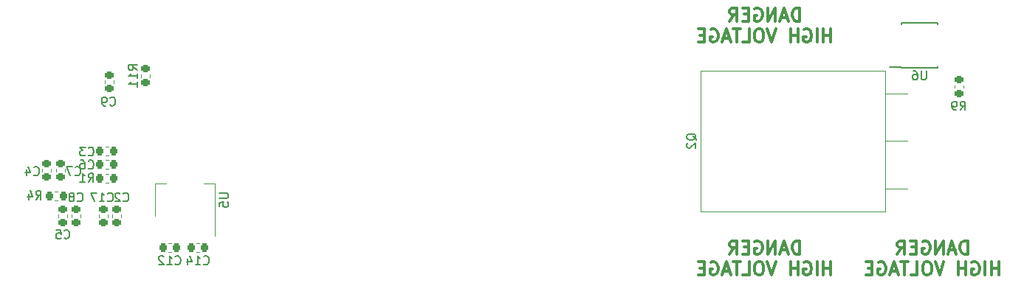
<source format=gbo>
G04 #@! TF.GenerationSoftware,KiCad,Pcbnew,7.99.0-4156-g4770532511*
G04 #@! TF.CreationDate,2024-01-07T23:02:07-05:00*
G04 #@! TF.ProjectId,emfi,656d6669-2e6b-4696-9361-645f70636258,0.1*
G04 #@! TF.SameCoordinates,Original*
G04 #@! TF.FileFunction,Legend,Bot*
G04 #@! TF.FilePolarity,Positive*
%FSLAX46Y46*%
G04 Gerber Fmt 4.6, Leading zero omitted, Abs format (unit mm)*
G04 Created by KiCad (PCBNEW 7.99.0-4156-g4770532511) date 2024-01-07 23:02:07*
%MOMM*%
%LPD*%
G01*
G04 APERTURE LIST*
G04 Aperture macros list*
%AMRoundRect*
0 Rectangle with rounded corners*
0 $1 Rounding radius*
0 $2 $3 $4 $5 $6 $7 $8 $9 X,Y pos of 4 corners*
0 Add a 4 corners polygon primitive as box body*
4,1,4,$2,$3,$4,$5,$6,$7,$8,$9,$2,$3,0*
0 Add four circle primitives for the rounded corners*
1,1,$1+$1,$2,$3*
1,1,$1+$1,$4,$5*
1,1,$1+$1,$6,$7*
1,1,$1+$1,$8,$9*
0 Add four rect primitives between the rounded corners*
20,1,$1+$1,$2,$3,$4,$5,0*
20,1,$1+$1,$4,$5,$6,$7,0*
20,1,$1+$1,$6,$7,$8,$9,0*
20,1,$1+$1,$8,$9,$2,$3,0*%
G04 Aperture macros list end*
%ADD10C,0.300000*%
%ADD11C,0.153000*%
%ADD12C,0.120000*%
%ADD13C,0.150000*%
%ADD14R,1.700000X1.700000*%
%ADD15O,1.700000X1.700000*%
%ADD16C,0.800000*%
%ADD17O,0.800000X0.800000*%
%ADD18O,1.800000X1.150000*%
%ADD19O,2.000000X1.450000*%
%ADD20RoundRect,0.218750X-0.218750X-0.256250X0.218750X-0.256250X0.218750X0.256250X-0.218750X0.256250X0*%
%ADD21RoundRect,0.218750X0.256250X-0.218750X0.256250X0.218750X-0.256250X0.218750X-0.256250X-0.218750X0*%
%ADD22RoundRect,0.218750X-0.256250X0.218750X-0.256250X-0.218750X0.256250X-0.218750X0.256250X0.218750X0*%
%ADD23RoundRect,0.218750X0.218750X0.256250X-0.218750X0.256250X-0.218750X-0.256250X0.218750X-0.256250X0*%
%ADD24R,1.500000X2.000000*%
%ADD25R,3.800000X2.000000*%
%ADD26R,1.550000X0.600000*%
%ADD27R,4.500000X2.500000*%
%ADD28O,4.500000X2.500000*%
G04 APERTURE END LIST*
D10*
X146000000Y-59970870D02*
X146000000Y-58470870D01*
X146000000Y-58470870D02*
X145642857Y-58470870D01*
X145642857Y-58470870D02*
X145428571Y-58542299D01*
X145428571Y-58542299D02*
X145285714Y-58685156D01*
X145285714Y-58685156D02*
X145214285Y-58828013D01*
X145214285Y-58828013D02*
X145142857Y-59113727D01*
X145142857Y-59113727D02*
X145142857Y-59328013D01*
X145142857Y-59328013D02*
X145214285Y-59613727D01*
X145214285Y-59613727D02*
X145285714Y-59756584D01*
X145285714Y-59756584D02*
X145428571Y-59899442D01*
X145428571Y-59899442D02*
X145642857Y-59970870D01*
X145642857Y-59970870D02*
X146000000Y-59970870D01*
X144571428Y-59542299D02*
X143857143Y-59542299D01*
X144714285Y-59970870D02*
X144214285Y-58470870D01*
X144214285Y-58470870D02*
X143714285Y-59970870D01*
X143214286Y-59970870D02*
X143214286Y-58470870D01*
X143214286Y-58470870D02*
X142357143Y-59970870D01*
X142357143Y-59970870D02*
X142357143Y-58470870D01*
X140857142Y-58542299D02*
X141000000Y-58470870D01*
X141000000Y-58470870D02*
X141214285Y-58470870D01*
X141214285Y-58470870D02*
X141428571Y-58542299D01*
X141428571Y-58542299D02*
X141571428Y-58685156D01*
X141571428Y-58685156D02*
X141642857Y-58828013D01*
X141642857Y-58828013D02*
X141714285Y-59113727D01*
X141714285Y-59113727D02*
X141714285Y-59328013D01*
X141714285Y-59328013D02*
X141642857Y-59613727D01*
X141642857Y-59613727D02*
X141571428Y-59756584D01*
X141571428Y-59756584D02*
X141428571Y-59899442D01*
X141428571Y-59899442D02*
X141214285Y-59970870D01*
X141214285Y-59970870D02*
X141071428Y-59970870D01*
X141071428Y-59970870D02*
X140857142Y-59899442D01*
X140857142Y-59899442D02*
X140785714Y-59828013D01*
X140785714Y-59828013D02*
X140785714Y-59328013D01*
X140785714Y-59328013D02*
X141071428Y-59328013D01*
X140142857Y-59185156D02*
X139642857Y-59185156D01*
X139428571Y-59970870D02*
X140142857Y-59970870D01*
X140142857Y-59970870D02*
X140142857Y-58470870D01*
X140142857Y-58470870D02*
X139428571Y-58470870D01*
X137928571Y-59970870D02*
X138428571Y-59256584D01*
X138785714Y-59970870D02*
X138785714Y-58470870D01*
X138785714Y-58470870D02*
X138214285Y-58470870D01*
X138214285Y-58470870D02*
X138071428Y-58542299D01*
X138071428Y-58542299D02*
X137999999Y-58613727D01*
X137999999Y-58613727D02*
X137928571Y-58756584D01*
X137928571Y-58756584D02*
X137928571Y-58970870D01*
X137928571Y-58970870D02*
X137999999Y-59113727D01*
X137999999Y-59113727D02*
X138071428Y-59185156D01*
X138071428Y-59185156D02*
X138214285Y-59256584D01*
X138214285Y-59256584D02*
X138785714Y-59256584D01*
X149571429Y-62385786D02*
X149571429Y-60885786D01*
X149571429Y-61600072D02*
X148714286Y-61600072D01*
X148714286Y-62385786D02*
X148714286Y-60885786D01*
X148000000Y-62385786D02*
X148000000Y-60885786D01*
X146499999Y-60957215D02*
X146642857Y-60885786D01*
X146642857Y-60885786D02*
X146857142Y-60885786D01*
X146857142Y-60885786D02*
X147071428Y-60957215D01*
X147071428Y-60957215D02*
X147214285Y-61100072D01*
X147214285Y-61100072D02*
X147285714Y-61242929D01*
X147285714Y-61242929D02*
X147357142Y-61528643D01*
X147357142Y-61528643D02*
X147357142Y-61742929D01*
X147357142Y-61742929D02*
X147285714Y-62028643D01*
X147285714Y-62028643D02*
X147214285Y-62171500D01*
X147214285Y-62171500D02*
X147071428Y-62314358D01*
X147071428Y-62314358D02*
X146857142Y-62385786D01*
X146857142Y-62385786D02*
X146714285Y-62385786D01*
X146714285Y-62385786D02*
X146499999Y-62314358D01*
X146499999Y-62314358D02*
X146428571Y-62242929D01*
X146428571Y-62242929D02*
X146428571Y-61742929D01*
X146428571Y-61742929D02*
X146714285Y-61742929D01*
X145785714Y-62385786D02*
X145785714Y-60885786D01*
X145785714Y-61600072D02*
X144928571Y-61600072D01*
X144928571Y-62385786D02*
X144928571Y-60885786D01*
X143285713Y-60885786D02*
X142785713Y-62385786D01*
X142785713Y-62385786D02*
X142285713Y-60885786D01*
X141499999Y-60885786D02*
X141214285Y-60885786D01*
X141214285Y-60885786D02*
X141071428Y-60957215D01*
X141071428Y-60957215D02*
X140928571Y-61100072D01*
X140928571Y-61100072D02*
X140857142Y-61385786D01*
X140857142Y-61385786D02*
X140857142Y-61885786D01*
X140857142Y-61885786D02*
X140928571Y-62171500D01*
X140928571Y-62171500D02*
X141071428Y-62314358D01*
X141071428Y-62314358D02*
X141214285Y-62385786D01*
X141214285Y-62385786D02*
X141499999Y-62385786D01*
X141499999Y-62385786D02*
X141642857Y-62314358D01*
X141642857Y-62314358D02*
X141785714Y-62171500D01*
X141785714Y-62171500D02*
X141857142Y-61885786D01*
X141857142Y-61885786D02*
X141857142Y-61385786D01*
X141857142Y-61385786D02*
X141785714Y-61100072D01*
X141785714Y-61100072D02*
X141642857Y-60957215D01*
X141642857Y-60957215D02*
X141499999Y-60885786D01*
X139499999Y-62385786D02*
X140214285Y-62385786D01*
X140214285Y-62385786D02*
X140214285Y-60885786D01*
X139214284Y-60885786D02*
X138357142Y-60885786D01*
X138785713Y-62385786D02*
X138785713Y-60885786D01*
X137928570Y-61957215D02*
X137214285Y-61957215D01*
X138071427Y-62385786D02*
X137571427Y-60885786D01*
X137571427Y-60885786D02*
X137071427Y-62385786D01*
X135785713Y-60957215D02*
X135928571Y-60885786D01*
X135928571Y-60885786D02*
X136142856Y-60885786D01*
X136142856Y-60885786D02*
X136357142Y-60957215D01*
X136357142Y-60957215D02*
X136499999Y-61100072D01*
X136499999Y-61100072D02*
X136571428Y-61242929D01*
X136571428Y-61242929D02*
X136642856Y-61528643D01*
X136642856Y-61528643D02*
X136642856Y-61742929D01*
X136642856Y-61742929D02*
X136571428Y-62028643D01*
X136571428Y-62028643D02*
X136499999Y-62171500D01*
X136499999Y-62171500D02*
X136357142Y-62314358D01*
X136357142Y-62314358D02*
X136142856Y-62385786D01*
X136142856Y-62385786D02*
X135999999Y-62385786D01*
X135999999Y-62385786D02*
X135785713Y-62314358D01*
X135785713Y-62314358D02*
X135714285Y-62242929D01*
X135714285Y-62242929D02*
X135714285Y-61742929D01*
X135714285Y-61742929D02*
X135999999Y-61742929D01*
X135071428Y-61600072D02*
X134571428Y-61600072D01*
X134357142Y-62385786D02*
X135071428Y-62385786D01*
X135071428Y-62385786D02*
X135071428Y-60885786D01*
X135071428Y-60885786D02*
X134357142Y-60885786D01*
X146000000Y-33220870D02*
X146000000Y-31720870D01*
X146000000Y-31720870D02*
X145642857Y-31720870D01*
X145642857Y-31720870D02*
X145428571Y-31792299D01*
X145428571Y-31792299D02*
X145285714Y-31935156D01*
X145285714Y-31935156D02*
X145214285Y-32078013D01*
X145214285Y-32078013D02*
X145142857Y-32363727D01*
X145142857Y-32363727D02*
X145142857Y-32578013D01*
X145142857Y-32578013D02*
X145214285Y-32863727D01*
X145214285Y-32863727D02*
X145285714Y-33006584D01*
X145285714Y-33006584D02*
X145428571Y-33149442D01*
X145428571Y-33149442D02*
X145642857Y-33220870D01*
X145642857Y-33220870D02*
X146000000Y-33220870D01*
X144571428Y-32792299D02*
X143857143Y-32792299D01*
X144714285Y-33220870D02*
X144214285Y-31720870D01*
X144214285Y-31720870D02*
X143714285Y-33220870D01*
X143214286Y-33220870D02*
X143214286Y-31720870D01*
X143214286Y-31720870D02*
X142357143Y-33220870D01*
X142357143Y-33220870D02*
X142357143Y-31720870D01*
X140857142Y-31792299D02*
X141000000Y-31720870D01*
X141000000Y-31720870D02*
X141214285Y-31720870D01*
X141214285Y-31720870D02*
X141428571Y-31792299D01*
X141428571Y-31792299D02*
X141571428Y-31935156D01*
X141571428Y-31935156D02*
X141642857Y-32078013D01*
X141642857Y-32078013D02*
X141714285Y-32363727D01*
X141714285Y-32363727D02*
X141714285Y-32578013D01*
X141714285Y-32578013D02*
X141642857Y-32863727D01*
X141642857Y-32863727D02*
X141571428Y-33006584D01*
X141571428Y-33006584D02*
X141428571Y-33149442D01*
X141428571Y-33149442D02*
X141214285Y-33220870D01*
X141214285Y-33220870D02*
X141071428Y-33220870D01*
X141071428Y-33220870D02*
X140857142Y-33149442D01*
X140857142Y-33149442D02*
X140785714Y-33078013D01*
X140785714Y-33078013D02*
X140785714Y-32578013D01*
X140785714Y-32578013D02*
X141071428Y-32578013D01*
X140142857Y-32435156D02*
X139642857Y-32435156D01*
X139428571Y-33220870D02*
X140142857Y-33220870D01*
X140142857Y-33220870D02*
X140142857Y-31720870D01*
X140142857Y-31720870D02*
X139428571Y-31720870D01*
X137928571Y-33220870D02*
X138428571Y-32506584D01*
X138785714Y-33220870D02*
X138785714Y-31720870D01*
X138785714Y-31720870D02*
X138214285Y-31720870D01*
X138214285Y-31720870D02*
X138071428Y-31792299D01*
X138071428Y-31792299D02*
X137999999Y-31863727D01*
X137999999Y-31863727D02*
X137928571Y-32006584D01*
X137928571Y-32006584D02*
X137928571Y-32220870D01*
X137928571Y-32220870D02*
X137999999Y-32363727D01*
X137999999Y-32363727D02*
X138071428Y-32435156D01*
X138071428Y-32435156D02*
X138214285Y-32506584D01*
X138214285Y-32506584D02*
X138785714Y-32506584D01*
X149571429Y-35635786D02*
X149571429Y-34135786D01*
X149571429Y-34850072D02*
X148714286Y-34850072D01*
X148714286Y-35635786D02*
X148714286Y-34135786D01*
X148000000Y-35635786D02*
X148000000Y-34135786D01*
X146499999Y-34207215D02*
X146642857Y-34135786D01*
X146642857Y-34135786D02*
X146857142Y-34135786D01*
X146857142Y-34135786D02*
X147071428Y-34207215D01*
X147071428Y-34207215D02*
X147214285Y-34350072D01*
X147214285Y-34350072D02*
X147285714Y-34492929D01*
X147285714Y-34492929D02*
X147357142Y-34778643D01*
X147357142Y-34778643D02*
X147357142Y-34992929D01*
X147357142Y-34992929D02*
X147285714Y-35278643D01*
X147285714Y-35278643D02*
X147214285Y-35421500D01*
X147214285Y-35421500D02*
X147071428Y-35564358D01*
X147071428Y-35564358D02*
X146857142Y-35635786D01*
X146857142Y-35635786D02*
X146714285Y-35635786D01*
X146714285Y-35635786D02*
X146499999Y-35564358D01*
X146499999Y-35564358D02*
X146428571Y-35492929D01*
X146428571Y-35492929D02*
X146428571Y-34992929D01*
X146428571Y-34992929D02*
X146714285Y-34992929D01*
X145785714Y-35635786D02*
X145785714Y-34135786D01*
X145785714Y-34850072D02*
X144928571Y-34850072D01*
X144928571Y-35635786D02*
X144928571Y-34135786D01*
X143285713Y-34135786D02*
X142785713Y-35635786D01*
X142785713Y-35635786D02*
X142285713Y-34135786D01*
X141499999Y-34135786D02*
X141214285Y-34135786D01*
X141214285Y-34135786D02*
X141071428Y-34207215D01*
X141071428Y-34207215D02*
X140928571Y-34350072D01*
X140928571Y-34350072D02*
X140857142Y-34635786D01*
X140857142Y-34635786D02*
X140857142Y-35135786D01*
X140857142Y-35135786D02*
X140928571Y-35421500D01*
X140928571Y-35421500D02*
X141071428Y-35564358D01*
X141071428Y-35564358D02*
X141214285Y-35635786D01*
X141214285Y-35635786D02*
X141499999Y-35635786D01*
X141499999Y-35635786D02*
X141642857Y-35564358D01*
X141642857Y-35564358D02*
X141785714Y-35421500D01*
X141785714Y-35421500D02*
X141857142Y-35135786D01*
X141857142Y-35135786D02*
X141857142Y-34635786D01*
X141857142Y-34635786D02*
X141785714Y-34350072D01*
X141785714Y-34350072D02*
X141642857Y-34207215D01*
X141642857Y-34207215D02*
X141499999Y-34135786D01*
X139499999Y-35635786D02*
X140214285Y-35635786D01*
X140214285Y-35635786D02*
X140214285Y-34135786D01*
X139214284Y-34135786D02*
X138357142Y-34135786D01*
X138785713Y-35635786D02*
X138785713Y-34135786D01*
X137928570Y-35207215D02*
X137214285Y-35207215D01*
X138071427Y-35635786D02*
X137571427Y-34135786D01*
X137571427Y-34135786D02*
X137071427Y-35635786D01*
X135785713Y-34207215D02*
X135928571Y-34135786D01*
X135928571Y-34135786D02*
X136142856Y-34135786D01*
X136142856Y-34135786D02*
X136357142Y-34207215D01*
X136357142Y-34207215D02*
X136499999Y-34350072D01*
X136499999Y-34350072D02*
X136571428Y-34492929D01*
X136571428Y-34492929D02*
X136642856Y-34778643D01*
X136642856Y-34778643D02*
X136642856Y-34992929D01*
X136642856Y-34992929D02*
X136571428Y-35278643D01*
X136571428Y-35278643D02*
X136499999Y-35421500D01*
X136499999Y-35421500D02*
X136357142Y-35564358D01*
X136357142Y-35564358D02*
X136142856Y-35635786D01*
X136142856Y-35635786D02*
X135999999Y-35635786D01*
X135999999Y-35635786D02*
X135785713Y-35564358D01*
X135785713Y-35564358D02*
X135714285Y-35492929D01*
X135714285Y-35492929D02*
X135714285Y-34992929D01*
X135714285Y-34992929D02*
X135999999Y-34992929D01*
X135071428Y-34850072D02*
X134571428Y-34850072D01*
X134357142Y-35635786D02*
X135071428Y-35635786D01*
X135071428Y-35635786D02*
X135071428Y-34135786D01*
X135071428Y-34135786D02*
X134357142Y-34135786D01*
X165250000Y-59970870D02*
X165250000Y-58470870D01*
X165250000Y-58470870D02*
X164892857Y-58470870D01*
X164892857Y-58470870D02*
X164678571Y-58542299D01*
X164678571Y-58542299D02*
X164535714Y-58685156D01*
X164535714Y-58685156D02*
X164464285Y-58828013D01*
X164464285Y-58828013D02*
X164392857Y-59113727D01*
X164392857Y-59113727D02*
X164392857Y-59328013D01*
X164392857Y-59328013D02*
X164464285Y-59613727D01*
X164464285Y-59613727D02*
X164535714Y-59756584D01*
X164535714Y-59756584D02*
X164678571Y-59899442D01*
X164678571Y-59899442D02*
X164892857Y-59970870D01*
X164892857Y-59970870D02*
X165250000Y-59970870D01*
X163821428Y-59542299D02*
X163107143Y-59542299D01*
X163964285Y-59970870D02*
X163464285Y-58470870D01*
X163464285Y-58470870D02*
X162964285Y-59970870D01*
X162464286Y-59970870D02*
X162464286Y-58470870D01*
X162464286Y-58470870D02*
X161607143Y-59970870D01*
X161607143Y-59970870D02*
X161607143Y-58470870D01*
X160107142Y-58542299D02*
X160250000Y-58470870D01*
X160250000Y-58470870D02*
X160464285Y-58470870D01*
X160464285Y-58470870D02*
X160678571Y-58542299D01*
X160678571Y-58542299D02*
X160821428Y-58685156D01*
X160821428Y-58685156D02*
X160892857Y-58828013D01*
X160892857Y-58828013D02*
X160964285Y-59113727D01*
X160964285Y-59113727D02*
X160964285Y-59328013D01*
X160964285Y-59328013D02*
X160892857Y-59613727D01*
X160892857Y-59613727D02*
X160821428Y-59756584D01*
X160821428Y-59756584D02*
X160678571Y-59899442D01*
X160678571Y-59899442D02*
X160464285Y-59970870D01*
X160464285Y-59970870D02*
X160321428Y-59970870D01*
X160321428Y-59970870D02*
X160107142Y-59899442D01*
X160107142Y-59899442D02*
X160035714Y-59828013D01*
X160035714Y-59828013D02*
X160035714Y-59328013D01*
X160035714Y-59328013D02*
X160321428Y-59328013D01*
X159392857Y-59185156D02*
X158892857Y-59185156D01*
X158678571Y-59970870D02*
X159392857Y-59970870D01*
X159392857Y-59970870D02*
X159392857Y-58470870D01*
X159392857Y-58470870D02*
X158678571Y-58470870D01*
X157178571Y-59970870D02*
X157678571Y-59256584D01*
X158035714Y-59970870D02*
X158035714Y-58470870D01*
X158035714Y-58470870D02*
X157464285Y-58470870D01*
X157464285Y-58470870D02*
X157321428Y-58542299D01*
X157321428Y-58542299D02*
X157249999Y-58613727D01*
X157249999Y-58613727D02*
X157178571Y-58756584D01*
X157178571Y-58756584D02*
X157178571Y-58970870D01*
X157178571Y-58970870D02*
X157249999Y-59113727D01*
X157249999Y-59113727D02*
X157321428Y-59185156D01*
X157321428Y-59185156D02*
X157464285Y-59256584D01*
X157464285Y-59256584D02*
X158035714Y-59256584D01*
X168821429Y-62385786D02*
X168821429Y-60885786D01*
X168821429Y-61600072D02*
X167964286Y-61600072D01*
X167964286Y-62385786D02*
X167964286Y-60885786D01*
X167250000Y-62385786D02*
X167250000Y-60885786D01*
X165749999Y-60957215D02*
X165892857Y-60885786D01*
X165892857Y-60885786D02*
X166107142Y-60885786D01*
X166107142Y-60885786D02*
X166321428Y-60957215D01*
X166321428Y-60957215D02*
X166464285Y-61100072D01*
X166464285Y-61100072D02*
X166535714Y-61242929D01*
X166535714Y-61242929D02*
X166607142Y-61528643D01*
X166607142Y-61528643D02*
X166607142Y-61742929D01*
X166607142Y-61742929D02*
X166535714Y-62028643D01*
X166535714Y-62028643D02*
X166464285Y-62171500D01*
X166464285Y-62171500D02*
X166321428Y-62314358D01*
X166321428Y-62314358D02*
X166107142Y-62385786D01*
X166107142Y-62385786D02*
X165964285Y-62385786D01*
X165964285Y-62385786D02*
X165749999Y-62314358D01*
X165749999Y-62314358D02*
X165678571Y-62242929D01*
X165678571Y-62242929D02*
X165678571Y-61742929D01*
X165678571Y-61742929D02*
X165964285Y-61742929D01*
X165035714Y-62385786D02*
X165035714Y-60885786D01*
X165035714Y-61600072D02*
X164178571Y-61600072D01*
X164178571Y-62385786D02*
X164178571Y-60885786D01*
X162535713Y-60885786D02*
X162035713Y-62385786D01*
X162035713Y-62385786D02*
X161535713Y-60885786D01*
X160749999Y-60885786D02*
X160464285Y-60885786D01*
X160464285Y-60885786D02*
X160321428Y-60957215D01*
X160321428Y-60957215D02*
X160178571Y-61100072D01*
X160178571Y-61100072D02*
X160107142Y-61385786D01*
X160107142Y-61385786D02*
X160107142Y-61885786D01*
X160107142Y-61885786D02*
X160178571Y-62171500D01*
X160178571Y-62171500D02*
X160321428Y-62314358D01*
X160321428Y-62314358D02*
X160464285Y-62385786D01*
X160464285Y-62385786D02*
X160749999Y-62385786D01*
X160749999Y-62385786D02*
X160892857Y-62314358D01*
X160892857Y-62314358D02*
X161035714Y-62171500D01*
X161035714Y-62171500D02*
X161107142Y-61885786D01*
X161107142Y-61885786D02*
X161107142Y-61385786D01*
X161107142Y-61385786D02*
X161035714Y-61100072D01*
X161035714Y-61100072D02*
X160892857Y-60957215D01*
X160892857Y-60957215D02*
X160749999Y-60885786D01*
X158749999Y-62385786D02*
X159464285Y-62385786D01*
X159464285Y-62385786D02*
X159464285Y-60885786D01*
X158464284Y-60885786D02*
X157607142Y-60885786D01*
X158035713Y-62385786D02*
X158035713Y-60885786D01*
X157178570Y-61957215D02*
X156464285Y-61957215D01*
X157321427Y-62385786D02*
X156821427Y-60885786D01*
X156821427Y-60885786D02*
X156321427Y-62385786D01*
X155035713Y-60957215D02*
X155178571Y-60885786D01*
X155178571Y-60885786D02*
X155392856Y-60885786D01*
X155392856Y-60885786D02*
X155607142Y-60957215D01*
X155607142Y-60957215D02*
X155749999Y-61100072D01*
X155749999Y-61100072D02*
X155821428Y-61242929D01*
X155821428Y-61242929D02*
X155892856Y-61528643D01*
X155892856Y-61528643D02*
X155892856Y-61742929D01*
X155892856Y-61742929D02*
X155821428Y-62028643D01*
X155821428Y-62028643D02*
X155749999Y-62171500D01*
X155749999Y-62171500D02*
X155607142Y-62314358D01*
X155607142Y-62314358D02*
X155392856Y-62385786D01*
X155392856Y-62385786D02*
X155249999Y-62385786D01*
X155249999Y-62385786D02*
X155035713Y-62314358D01*
X155035713Y-62314358D02*
X154964285Y-62242929D01*
X154964285Y-62242929D02*
X154964285Y-61742929D01*
X154964285Y-61742929D02*
X155249999Y-61742929D01*
X154321428Y-61600072D02*
X153821428Y-61600072D01*
X153607142Y-62385786D02*
X154321428Y-62385786D01*
X154321428Y-62385786D02*
X154321428Y-60885786D01*
X154321428Y-60885786D02*
X153607142Y-60885786D01*
D11*
X77642857Y-61109424D02*
X77690476Y-61157044D01*
X77690476Y-61157044D02*
X77833333Y-61204663D01*
X77833333Y-61204663D02*
X77928571Y-61204663D01*
X77928571Y-61204663D02*
X78071428Y-61157044D01*
X78071428Y-61157044D02*
X78166666Y-61061805D01*
X78166666Y-61061805D02*
X78214285Y-60966567D01*
X78214285Y-60966567D02*
X78261904Y-60776091D01*
X78261904Y-60776091D02*
X78261904Y-60633234D01*
X78261904Y-60633234D02*
X78214285Y-60442758D01*
X78214285Y-60442758D02*
X78166666Y-60347520D01*
X78166666Y-60347520D02*
X78071428Y-60252282D01*
X78071428Y-60252282D02*
X77928571Y-60204663D01*
X77928571Y-60204663D02*
X77833333Y-60204663D01*
X77833333Y-60204663D02*
X77690476Y-60252282D01*
X77690476Y-60252282D02*
X77642857Y-60299901D01*
X76690476Y-61204663D02*
X77261904Y-61204663D01*
X76976190Y-61204663D02*
X76976190Y-60204663D01*
X76976190Y-60204663D02*
X77071428Y-60347520D01*
X77071428Y-60347520D02*
X77166666Y-60442758D01*
X77166666Y-60442758D02*
X77261904Y-60490377D01*
X75833333Y-60537996D02*
X75833333Y-61204663D01*
X76071428Y-60157044D02*
X76309523Y-60871329D01*
X76309523Y-60871329D02*
X75690476Y-60871329D01*
X74392857Y-61109424D02*
X74440476Y-61157044D01*
X74440476Y-61157044D02*
X74583333Y-61204663D01*
X74583333Y-61204663D02*
X74678571Y-61204663D01*
X74678571Y-61204663D02*
X74821428Y-61157044D01*
X74821428Y-61157044D02*
X74916666Y-61061805D01*
X74916666Y-61061805D02*
X74964285Y-60966567D01*
X74964285Y-60966567D02*
X75011904Y-60776091D01*
X75011904Y-60776091D02*
X75011904Y-60633234D01*
X75011904Y-60633234D02*
X74964285Y-60442758D01*
X74964285Y-60442758D02*
X74916666Y-60347520D01*
X74916666Y-60347520D02*
X74821428Y-60252282D01*
X74821428Y-60252282D02*
X74678571Y-60204663D01*
X74678571Y-60204663D02*
X74583333Y-60204663D01*
X74583333Y-60204663D02*
X74440476Y-60252282D01*
X74440476Y-60252282D02*
X74392857Y-60299901D01*
X73440476Y-61204663D02*
X74011904Y-61204663D01*
X73726190Y-61204663D02*
X73726190Y-60204663D01*
X73726190Y-60204663D02*
X73821428Y-60347520D01*
X73821428Y-60347520D02*
X73916666Y-60442758D01*
X73916666Y-60442758D02*
X74011904Y-60490377D01*
X73059523Y-60299901D02*
X73011904Y-60252282D01*
X73011904Y-60252282D02*
X72916666Y-60204663D01*
X72916666Y-60204663D02*
X72678571Y-60204663D01*
X72678571Y-60204663D02*
X72583333Y-60252282D01*
X72583333Y-60252282D02*
X72535714Y-60299901D01*
X72535714Y-60299901D02*
X72488095Y-60395139D01*
X72488095Y-60395139D02*
X72488095Y-60490377D01*
X72488095Y-60490377D02*
X72535714Y-60633234D01*
X72535714Y-60633234D02*
X73107142Y-61204663D01*
X73107142Y-61204663D02*
X72488095Y-61204663D01*
X64416666Y-51704663D02*
X64749999Y-51228472D01*
X64988094Y-51704663D02*
X64988094Y-50704663D01*
X64988094Y-50704663D02*
X64607142Y-50704663D01*
X64607142Y-50704663D02*
X64511904Y-50752282D01*
X64511904Y-50752282D02*
X64464285Y-50799901D01*
X64464285Y-50799901D02*
X64416666Y-50895139D01*
X64416666Y-50895139D02*
X64416666Y-51037996D01*
X64416666Y-51037996D02*
X64464285Y-51133234D01*
X64464285Y-51133234D02*
X64511904Y-51180853D01*
X64511904Y-51180853D02*
X64607142Y-51228472D01*
X64607142Y-51228472D02*
X64988094Y-51228472D01*
X63464285Y-51704663D02*
X64035713Y-51704663D01*
X63749999Y-51704663D02*
X63749999Y-50704663D01*
X63749999Y-50704663D02*
X63845237Y-50847520D01*
X63845237Y-50847520D02*
X63940475Y-50942758D01*
X63940475Y-50942758D02*
X64035713Y-50990377D01*
X61666666Y-58109424D02*
X61714285Y-58157044D01*
X61714285Y-58157044D02*
X61857142Y-58204663D01*
X61857142Y-58204663D02*
X61952380Y-58204663D01*
X61952380Y-58204663D02*
X62095237Y-58157044D01*
X62095237Y-58157044D02*
X62190475Y-58061805D01*
X62190475Y-58061805D02*
X62238094Y-57966567D01*
X62238094Y-57966567D02*
X62285713Y-57776091D01*
X62285713Y-57776091D02*
X62285713Y-57633234D01*
X62285713Y-57633234D02*
X62238094Y-57442758D01*
X62238094Y-57442758D02*
X62190475Y-57347520D01*
X62190475Y-57347520D02*
X62095237Y-57252282D01*
X62095237Y-57252282D02*
X61952380Y-57204663D01*
X61952380Y-57204663D02*
X61857142Y-57204663D01*
X61857142Y-57204663D02*
X61714285Y-57252282D01*
X61714285Y-57252282D02*
X61666666Y-57299901D01*
X60761904Y-57204663D02*
X61238094Y-57204663D01*
X61238094Y-57204663D02*
X61285713Y-57680853D01*
X61285713Y-57680853D02*
X61238094Y-57633234D01*
X61238094Y-57633234D02*
X61142856Y-57585615D01*
X61142856Y-57585615D02*
X60904761Y-57585615D01*
X60904761Y-57585615D02*
X60809523Y-57633234D01*
X60809523Y-57633234D02*
X60761904Y-57680853D01*
X60761904Y-57680853D02*
X60714285Y-57776091D01*
X60714285Y-57776091D02*
X60714285Y-58014186D01*
X60714285Y-58014186D02*
X60761904Y-58109424D01*
X60761904Y-58109424D02*
X60809523Y-58157044D01*
X60809523Y-58157044D02*
X60904761Y-58204663D01*
X60904761Y-58204663D02*
X61142856Y-58204663D01*
X61142856Y-58204663D02*
X61238094Y-58157044D01*
X61238094Y-58157044D02*
X61285713Y-58109424D01*
X63166666Y-53859424D02*
X63214285Y-53907044D01*
X63214285Y-53907044D02*
X63357142Y-53954663D01*
X63357142Y-53954663D02*
X63452380Y-53954663D01*
X63452380Y-53954663D02*
X63595237Y-53907044D01*
X63595237Y-53907044D02*
X63690475Y-53811805D01*
X63690475Y-53811805D02*
X63738094Y-53716567D01*
X63738094Y-53716567D02*
X63785713Y-53526091D01*
X63785713Y-53526091D02*
X63785713Y-53383234D01*
X63785713Y-53383234D02*
X63738094Y-53192758D01*
X63738094Y-53192758D02*
X63690475Y-53097520D01*
X63690475Y-53097520D02*
X63595237Y-53002282D01*
X63595237Y-53002282D02*
X63452380Y-52954663D01*
X63452380Y-52954663D02*
X63357142Y-52954663D01*
X63357142Y-52954663D02*
X63214285Y-53002282D01*
X63214285Y-53002282D02*
X63166666Y-53049901D01*
X62595237Y-53383234D02*
X62690475Y-53335615D01*
X62690475Y-53335615D02*
X62738094Y-53287996D01*
X62738094Y-53287996D02*
X62785713Y-53192758D01*
X62785713Y-53192758D02*
X62785713Y-53145139D01*
X62785713Y-53145139D02*
X62738094Y-53049901D01*
X62738094Y-53049901D02*
X62690475Y-53002282D01*
X62690475Y-53002282D02*
X62595237Y-52954663D01*
X62595237Y-52954663D02*
X62404761Y-52954663D01*
X62404761Y-52954663D02*
X62309523Y-53002282D01*
X62309523Y-53002282D02*
X62261904Y-53049901D01*
X62261904Y-53049901D02*
X62214285Y-53145139D01*
X62214285Y-53145139D02*
X62214285Y-53192758D01*
X62214285Y-53192758D02*
X62261904Y-53287996D01*
X62261904Y-53287996D02*
X62309523Y-53335615D01*
X62309523Y-53335615D02*
X62404761Y-53383234D01*
X62404761Y-53383234D02*
X62595237Y-53383234D01*
X62595237Y-53383234D02*
X62690475Y-53430853D01*
X62690475Y-53430853D02*
X62738094Y-53478472D01*
X62738094Y-53478472D02*
X62785713Y-53573710D01*
X62785713Y-53573710D02*
X62785713Y-53764186D01*
X62785713Y-53764186D02*
X62738094Y-53859424D01*
X62738094Y-53859424D02*
X62690475Y-53907044D01*
X62690475Y-53907044D02*
X62595237Y-53954663D01*
X62595237Y-53954663D02*
X62404761Y-53954663D01*
X62404761Y-53954663D02*
X62309523Y-53907044D01*
X62309523Y-53907044D02*
X62261904Y-53859424D01*
X62261904Y-53859424D02*
X62214285Y-53764186D01*
X62214285Y-53764186D02*
X62214285Y-53573710D01*
X62214285Y-53573710D02*
X62261904Y-53478472D01*
X62261904Y-53478472D02*
X62309523Y-53430853D01*
X62309523Y-53430853D02*
X62404761Y-53383234D01*
X66916666Y-42859424D02*
X66964285Y-42907044D01*
X66964285Y-42907044D02*
X67107142Y-42954663D01*
X67107142Y-42954663D02*
X67202380Y-42954663D01*
X67202380Y-42954663D02*
X67345237Y-42907044D01*
X67345237Y-42907044D02*
X67440475Y-42811805D01*
X67440475Y-42811805D02*
X67488094Y-42716567D01*
X67488094Y-42716567D02*
X67535713Y-42526091D01*
X67535713Y-42526091D02*
X67535713Y-42383234D01*
X67535713Y-42383234D02*
X67488094Y-42192758D01*
X67488094Y-42192758D02*
X67440475Y-42097520D01*
X67440475Y-42097520D02*
X67345237Y-42002282D01*
X67345237Y-42002282D02*
X67202380Y-41954663D01*
X67202380Y-41954663D02*
X67107142Y-41954663D01*
X67107142Y-41954663D02*
X66964285Y-42002282D01*
X66964285Y-42002282D02*
X66916666Y-42049901D01*
X66440475Y-42954663D02*
X66249999Y-42954663D01*
X66249999Y-42954663D02*
X66154761Y-42907044D01*
X66154761Y-42907044D02*
X66107142Y-42859424D01*
X66107142Y-42859424D02*
X66011904Y-42716567D01*
X66011904Y-42716567D02*
X65964285Y-42526091D01*
X65964285Y-42526091D02*
X65964285Y-42145139D01*
X65964285Y-42145139D02*
X66011904Y-42049901D01*
X66011904Y-42049901D02*
X66059523Y-42002282D01*
X66059523Y-42002282D02*
X66154761Y-41954663D01*
X66154761Y-41954663D02*
X66345237Y-41954663D01*
X66345237Y-41954663D02*
X66440475Y-42002282D01*
X66440475Y-42002282D02*
X66488094Y-42049901D01*
X66488094Y-42049901D02*
X66535713Y-42145139D01*
X66535713Y-42145139D02*
X66535713Y-42383234D01*
X66535713Y-42383234D02*
X66488094Y-42478472D01*
X66488094Y-42478472D02*
X66440475Y-42526091D01*
X66440475Y-42526091D02*
X66345237Y-42573710D01*
X66345237Y-42573710D02*
X66154761Y-42573710D01*
X66154761Y-42573710D02*
X66059523Y-42526091D01*
X66059523Y-42526091D02*
X66011904Y-42478472D01*
X66011904Y-42478472D02*
X65964285Y-42383234D01*
X64416666Y-48609424D02*
X64464285Y-48657044D01*
X64464285Y-48657044D02*
X64607142Y-48704663D01*
X64607142Y-48704663D02*
X64702380Y-48704663D01*
X64702380Y-48704663D02*
X64845237Y-48657044D01*
X64845237Y-48657044D02*
X64940475Y-48561805D01*
X64940475Y-48561805D02*
X64988094Y-48466567D01*
X64988094Y-48466567D02*
X65035713Y-48276091D01*
X65035713Y-48276091D02*
X65035713Y-48133234D01*
X65035713Y-48133234D02*
X64988094Y-47942758D01*
X64988094Y-47942758D02*
X64940475Y-47847520D01*
X64940475Y-47847520D02*
X64845237Y-47752282D01*
X64845237Y-47752282D02*
X64702380Y-47704663D01*
X64702380Y-47704663D02*
X64607142Y-47704663D01*
X64607142Y-47704663D02*
X64464285Y-47752282D01*
X64464285Y-47752282D02*
X64416666Y-47799901D01*
X64083332Y-47704663D02*
X63464285Y-47704663D01*
X63464285Y-47704663D02*
X63797618Y-48085615D01*
X63797618Y-48085615D02*
X63654761Y-48085615D01*
X63654761Y-48085615D02*
X63559523Y-48133234D01*
X63559523Y-48133234D02*
X63511904Y-48180853D01*
X63511904Y-48180853D02*
X63464285Y-48276091D01*
X63464285Y-48276091D02*
X63464285Y-48514186D01*
X63464285Y-48514186D02*
X63511904Y-48609424D01*
X63511904Y-48609424D02*
X63559523Y-48657044D01*
X63559523Y-48657044D02*
X63654761Y-48704663D01*
X63654761Y-48704663D02*
X63940475Y-48704663D01*
X63940475Y-48704663D02*
X64035713Y-48657044D01*
X64035713Y-48657044D02*
X64083332Y-48609424D01*
X68416666Y-53859424D02*
X68464285Y-53907044D01*
X68464285Y-53907044D02*
X68607142Y-53954663D01*
X68607142Y-53954663D02*
X68702380Y-53954663D01*
X68702380Y-53954663D02*
X68845237Y-53907044D01*
X68845237Y-53907044D02*
X68940475Y-53811805D01*
X68940475Y-53811805D02*
X68988094Y-53716567D01*
X68988094Y-53716567D02*
X69035713Y-53526091D01*
X69035713Y-53526091D02*
X69035713Y-53383234D01*
X69035713Y-53383234D02*
X68988094Y-53192758D01*
X68988094Y-53192758D02*
X68940475Y-53097520D01*
X68940475Y-53097520D02*
X68845237Y-53002282D01*
X68845237Y-53002282D02*
X68702380Y-52954663D01*
X68702380Y-52954663D02*
X68607142Y-52954663D01*
X68607142Y-52954663D02*
X68464285Y-53002282D01*
X68464285Y-53002282D02*
X68416666Y-53049901D01*
X68035713Y-53049901D02*
X67988094Y-53002282D01*
X67988094Y-53002282D02*
X67892856Y-52954663D01*
X67892856Y-52954663D02*
X67654761Y-52954663D01*
X67654761Y-52954663D02*
X67559523Y-53002282D01*
X67559523Y-53002282D02*
X67511904Y-53049901D01*
X67511904Y-53049901D02*
X67464285Y-53145139D01*
X67464285Y-53145139D02*
X67464285Y-53240377D01*
X67464285Y-53240377D02*
X67511904Y-53383234D01*
X67511904Y-53383234D02*
X68083332Y-53954663D01*
X68083332Y-53954663D02*
X67464285Y-53954663D01*
X64416666Y-50109424D02*
X64464285Y-50157044D01*
X64464285Y-50157044D02*
X64607142Y-50204663D01*
X64607142Y-50204663D02*
X64702380Y-50204663D01*
X64702380Y-50204663D02*
X64845237Y-50157044D01*
X64845237Y-50157044D02*
X64940475Y-50061805D01*
X64940475Y-50061805D02*
X64988094Y-49966567D01*
X64988094Y-49966567D02*
X65035713Y-49776091D01*
X65035713Y-49776091D02*
X65035713Y-49633234D01*
X65035713Y-49633234D02*
X64988094Y-49442758D01*
X64988094Y-49442758D02*
X64940475Y-49347520D01*
X64940475Y-49347520D02*
X64845237Y-49252282D01*
X64845237Y-49252282D02*
X64702380Y-49204663D01*
X64702380Y-49204663D02*
X64607142Y-49204663D01*
X64607142Y-49204663D02*
X64464285Y-49252282D01*
X64464285Y-49252282D02*
X64416666Y-49299901D01*
X63559523Y-49204663D02*
X63749999Y-49204663D01*
X63749999Y-49204663D02*
X63845237Y-49252282D01*
X63845237Y-49252282D02*
X63892856Y-49299901D01*
X63892856Y-49299901D02*
X63988094Y-49442758D01*
X63988094Y-49442758D02*
X64035713Y-49633234D01*
X64035713Y-49633234D02*
X64035713Y-50014186D01*
X64035713Y-50014186D02*
X63988094Y-50109424D01*
X63988094Y-50109424D02*
X63940475Y-50157044D01*
X63940475Y-50157044D02*
X63845237Y-50204663D01*
X63845237Y-50204663D02*
X63654761Y-50204663D01*
X63654761Y-50204663D02*
X63559523Y-50157044D01*
X63559523Y-50157044D02*
X63511904Y-50109424D01*
X63511904Y-50109424D02*
X63464285Y-50014186D01*
X63464285Y-50014186D02*
X63464285Y-49776091D01*
X63464285Y-49776091D02*
X63511904Y-49680853D01*
X63511904Y-49680853D02*
X63559523Y-49633234D01*
X63559523Y-49633234D02*
X63654761Y-49585615D01*
X63654761Y-49585615D02*
X63845237Y-49585615D01*
X63845237Y-49585615D02*
X63940475Y-49633234D01*
X63940475Y-49633234D02*
X63988094Y-49680853D01*
X63988094Y-49680853D02*
X64035713Y-49776091D01*
X62916666Y-50859424D02*
X62964285Y-50907044D01*
X62964285Y-50907044D02*
X63107142Y-50954663D01*
X63107142Y-50954663D02*
X63202380Y-50954663D01*
X63202380Y-50954663D02*
X63345237Y-50907044D01*
X63345237Y-50907044D02*
X63440475Y-50811805D01*
X63440475Y-50811805D02*
X63488094Y-50716567D01*
X63488094Y-50716567D02*
X63535713Y-50526091D01*
X63535713Y-50526091D02*
X63535713Y-50383234D01*
X63535713Y-50383234D02*
X63488094Y-50192758D01*
X63488094Y-50192758D02*
X63440475Y-50097520D01*
X63440475Y-50097520D02*
X63345237Y-50002282D01*
X63345237Y-50002282D02*
X63202380Y-49954663D01*
X63202380Y-49954663D02*
X63107142Y-49954663D01*
X63107142Y-49954663D02*
X62964285Y-50002282D01*
X62964285Y-50002282D02*
X62916666Y-50049901D01*
X62583332Y-49954663D02*
X61916666Y-49954663D01*
X61916666Y-49954663D02*
X62345237Y-50954663D01*
X66642857Y-53859424D02*
X66690476Y-53907044D01*
X66690476Y-53907044D02*
X66833333Y-53954663D01*
X66833333Y-53954663D02*
X66928571Y-53954663D01*
X66928571Y-53954663D02*
X67071428Y-53907044D01*
X67071428Y-53907044D02*
X67166666Y-53811805D01*
X67166666Y-53811805D02*
X67214285Y-53716567D01*
X67214285Y-53716567D02*
X67261904Y-53526091D01*
X67261904Y-53526091D02*
X67261904Y-53383234D01*
X67261904Y-53383234D02*
X67214285Y-53192758D01*
X67214285Y-53192758D02*
X67166666Y-53097520D01*
X67166666Y-53097520D02*
X67071428Y-53002282D01*
X67071428Y-53002282D02*
X66928571Y-52954663D01*
X66928571Y-52954663D02*
X66833333Y-52954663D01*
X66833333Y-52954663D02*
X66690476Y-53002282D01*
X66690476Y-53002282D02*
X66642857Y-53049901D01*
X65690476Y-53954663D02*
X66261904Y-53954663D01*
X65976190Y-53954663D02*
X65976190Y-52954663D01*
X65976190Y-52954663D02*
X66071428Y-53097520D01*
X66071428Y-53097520D02*
X66166666Y-53192758D01*
X66166666Y-53192758D02*
X66261904Y-53240377D01*
X65357142Y-52954663D02*
X64690476Y-52954663D01*
X64690476Y-52954663D02*
X65119047Y-53954663D01*
X58166666Y-50859424D02*
X58214285Y-50907044D01*
X58214285Y-50907044D02*
X58357142Y-50954663D01*
X58357142Y-50954663D02*
X58452380Y-50954663D01*
X58452380Y-50954663D02*
X58595237Y-50907044D01*
X58595237Y-50907044D02*
X58690475Y-50811805D01*
X58690475Y-50811805D02*
X58738094Y-50716567D01*
X58738094Y-50716567D02*
X58785713Y-50526091D01*
X58785713Y-50526091D02*
X58785713Y-50383234D01*
X58785713Y-50383234D02*
X58738094Y-50192758D01*
X58738094Y-50192758D02*
X58690475Y-50097520D01*
X58690475Y-50097520D02*
X58595237Y-50002282D01*
X58595237Y-50002282D02*
X58452380Y-49954663D01*
X58452380Y-49954663D02*
X58357142Y-49954663D01*
X58357142Y-49954663D02*
X58214285Y-50002282D01*
X58214285Y-50002282D02*
X58166666Y-50049901D01*
X57309523Y-50287996D02*
X57309523Y-50954663D01*
X57547618Y-49907044D02*
X57785713Y-50621329D01*
X57785713Y-50621329D02*
X57166666Y-50621329D01*
X58416666Y-53704663D02*
X58749999Y-53228472D01*
X58988094Y-53704663D02*
X58988094Y-52704663D01*
X58988094Y-52704663D02*
X58607142Y-52704663D01*
X58607142Y-52704663D02*
X58511904Y-52752282D01*
X58511904Y-52752282D02*
X58464285Y-52799901D01*
X58464285Y-52799901D02*
X58416666Y-52895139D01*
X58416666Y-52895139D02*
X58416666Y-53037996D01*
X58416666Y-53037996D02*
X58464285Y-53133234D01*
X58464285Y-53133234D02*
X58511904Y-53180853D01*
X58511904Y-53180853D02*
X58607142Y-53228472D01*
X58607142Y-53228472D02*
X58988094Y-53228472D01*
X57559523Y-53037996D02*
X57559523Y-53704663D01*
X57797618Y-52657044D02*
X58035713Y-53371329D01*
X58035713Y-53371329D02*
X57416666Y-53371329D01*
X164416666Y-43454663D02*
X164749999Y-42978472D01*
X164988094Y-43454663D02*
X164988094Y-42454663D01*
X164988094Y-42454663D02*
X164607142Y-42454663D01*
X164607142Y-42454663D02*
X164511904Y-42502282D01*
X164511904Y-42502282D02*
X164464285Y-42549901D01*
X164464285Y-42549901D02*
X164416666Y-42645139D01*
X164416666Y-42645139D02*
X164416666Y-42787996D01*
X164416666Y-42787996D02*
X164464285Y-42883234D01*
X164464285Y-42883234D02*
X164511904Y-42930853D01*
X164511904Y-42930853D02*
X164607142Y-42978472D01*
X164607142Y-42978472D02*
X164988094Y-42978472D01*
X163940475Y-43454663D02*
X163749999Y-43454663D01*
X163749999Y-43454663D02*
X163654761Y-43407044D01*
X163654761Y-43407044D02*
X163607142Y-43359424D01*
X163607142Y-43359424D02*
X163511904Y-43216567D01*
X163511904Y-43216567D02*
X163464285Y-43026091D01*
X163464285Y-43026091D02*
X163464285Y-42645139D01*
X163464285Y-42645139D02*
X163511904Y-42549901D01*
X163511904Y-42549901D02*
X163559523Y-42502282D01*
X163559523Y-42502282D02*
X163654761Y-42454663D01*
X163654761Y-42454663D02*
X163845237Y-42454663D01*
X163845237Y-42454663D02*
X163940475Y-42502282D01*
X163940475Y-42502282D02*
X163988094Y-42549901D01*
X163988094Y-42549901D02*
X164035713Y-42645139D01*
X164035713Y-42645139D02*
X164035713Y-42883234D01*
X164035713Y-42883234D02*
X163988094Y-42978472D01*
X163988094Y-42978472D02*
X163940475Y-43026091D01*
X163940475Y-43026091D02*
X163845237Y-43073710D01*
X163845237Y-43073710D02*
X163654761Y-43073710D01*
X163654761Y-43073710D02*
X163559523Y-43026091D01*
X163559523Y-43026091D02*
X163511904Y-42978472D01*
X163511904Y-42978472D02*
X163464285Y-42883234D01*
X79465742Y-53002372D02*
X80275265Y-53002372D01*
X80275265Y-53002372D02*
X80370503Y-53049991D01*
X80370503Y-53049991D02*
X80418123Y-53097610D01*
X80418123Y-53097610D02*
X80465742Y-53192848D01*
X80465742Y-53192848D02*
X80465742Y-53383324D01*
X80465742Y-53383324D02*
X80418123Y-53478562D01*
X80418123Y-53478562D02*
X80370503Y-53526181D01*
X80370503Y-53526181D02*
X80275265Y-53573800D01*
X80275265Y-53573800D02*
X79465742Y-53573800D01*
X79465742Y-54526181D02*
X79465742Y-54049991D01*
X79465742Y-54049991D02*
X79941932Y-54002372D01*
X79941932Y-54002372D02*
X79894313Y-54049991D01*
X79894313Y-54049991D02*
X79846694Y-54145229D01*
X79846694Y-54145229D02*
X79846694Y-54383324D01*
X79846694Y-54383324D02*
X79894313Y-54478562D01*
X79894313Y-54478562D02*
X79941932Y-54526181D01*
X79941932Y-54526181D02*
X80037170Y-54573800D01*
X80037170Y-54573800D02*
X80275265Y-54573800D01*
X80275265Y-54573800D02*
X80370503Y-54526181D01*
X80370503Y-54526181D02*
X80418123Y-54478562D01*
X80418123Y-54478562D02*
X80465742Y-54383324D01*
X80465742Y-54383324D02*
X80465742Y-54145229D01*
X80465742Y-54145229D02*
X80418123Y-54049991D01*
X80418123Y-54049991D02*
X80370503Y-54002372D01*
X160511904Y-38954663D02*
X160511904Y-39764186D01*
X160511904Y-39764186D02*
X160464285Y-39859424D01*
X160464285Y-39859424D02*
X160416666Y-39907044D01*
X160416666Y-39907044D02*
X160321428Y-39954663D01*
X160321428Y-39954663D02*
X160130952Y-39954663D01*
X160130952Y-39954663D02*
X160035714Y-39907044D01*
X160035714Y-39907044D02*
X159988095Y-39859424D01*
X159988095Y-39859424D02*
X159940476Y-39764186D01*
X159940476Y-39764186D02*
X159940476Y-38954663D01*
X159035714Y-38954663D02*
X159226190Y-38954663D01*
X159226190Y-38954663D02*
X159321428Y-39002282D01*
X159321428Y-39002282D02*
X159369047Y-39049901D01*
X159369047Y-39049901D02*
X159464285Y-39192758D01*
X159464285Y-39192758D02*
X159511904Y-39383234D01*
X159511904Y-39383234D02*
X159511904Y-39764186D01*
X159511904Y-39764186D02*
X159464285Y-39859424D01*
X159464285Y-39859424D02*
X159416666Y-39907044D01*
X159416666Y-39907044D02*
X159321428Y-39954663D01*
X159321428Y-39954663D02*
X159130952Y-39954663D01*
X159130952Y-39954663D02*
X159035714Y-39907044D01*
X159035714Y-39907044D02*
X158988095Y-39859424D01*
X158988095Y-39859424D02*
X158940476Y-39764186D01*
X158940476Y-39764186D02*
X158940476Y-39526091D01*
X158940476Y-39526091D02*
X158988095Y-39430853D01*
X158988095Y-39430853D02*
X159035714Y-39383234D01*
X159035714Y-39383234D02*
X159130952Y-39335615D01*
X159130952Y-39335615D02*
X159321428Y-39335615D01*
X159321428Y-39335615D02*
X159416666Y-39383234D01*
X159416666Y-39383234D02*
X159464285Y-39430853D01*
X159464285Y-39430853D02*
X159511904Y-39526091D01*
X70024663Y-38857142D02*
X69548472Y-38523809D01*
X70024663Y-38285714D02*
X69024663Y-38285714D01*
X69024663Y-38285714D02*
X69024663Y-38666666D01*
X69024663Y-38666666D02*
X69072282Y-38761904D01*
X69072282Y-38761904D02*
X69119901Y-38809523D01*
X69119901Y-38809523D02*
X69215139Y-38857142D01*
X69215139Y-38857142D02*
X69357996Y-38857142D01*
X69357996Y-38857142D02*
X69453234Y-38809523D01*
X69453234Y-38809523D02*
X69500853Y-38761904D01*
X69500853Y-38761904D02*
X69548472Y-38666666D01*
X69548472Y-38666666D02*
X69548472Y-38285714D01*
X70024663Y-39809523D02*
X70024663Y-39238095D01*
X70024663Y-39523809D02*
X69024663Y-39523809D01*
X69024663Y-39523809D02*
X69167520Y-39428571D01*
X69167520Y-39428571D02*
X69262758Y-39333333D01*
X69262758Y-39333333D02*
X69310377Y-39238095D01*
X70024663Y-40761904D02*
X70024663Y-40190476D01*
X70024663Y-40476190D02*
X69024663Y-40476190D01*
X69024663Y-40476190D02*
X69167520Y-40380952D01*
X69167520Y-40380952D02*
X69262758Y-40285714D01*
X69262758Y-40285714D02*
X69310377Y-40190476D01*
X134149901Y-46904761D02*
X134102282Y-46809523D01*
X134102282Y-46809523D02*
X134007044Y-46714285D01*
X134007044Y-46714285D02*
X133864186Y-46571428D01*
X133864186Y-46571428D02*
X133816567Y-46476190D01*
X133816567Y-46476190D02*
X133816567Y-46380952D01*
X134054663Y-46428571D02*
X134007044Y-46333333D01*
X134007044Y-46333333D02*
X133911805Y-46238095D01*
X133911805Y-46238095D02*
X133721329Y-46190476D01*
X133721329Y-46190476D02*
X133387996Y-46190476D01*
X133387996Y-46190476D02*
X133197520Y-46238095D01*
X133197520Y-46238095D02*
X133102282Y-46333333D01*
X133102282Y-46333333D02*
X133054663Y-46428571D01*
X133054663Y-46428571D02*
X133054663Y-46619047D01*
X133054663Y-46619047D02*
X133102282Y-46714285D01*
X133102282Y-46714285D02*
X133197520Y-46809523D01*
X133197520Y-46809523D02*
X133387996Y-46857142D01*
X133387996Y-46857142D02*
X133721329Y-46857142D01*
X133721329Y-46857142D02*
X133911805Y-46809523D01*
X133911805Y-46809523D02*
X134007044Y-46714285D01*
X134007044Y-46714285D02*
X134054663Y-46619047D01*
X134054663Y-46619047D02*
X134054663Y-46428571D01*
X133149901Y-47238095D02*
X133102282Y-47285714D01*
X133102282Y-47285714D02*
X133054663Y-47380952D01*
X133054663Y-47380952D02*
X133054663Y-47619047D01*
X133054663Y-47619047D02*
X133102282Y-47714285D01*
X133102282Y-47714285D02*
X133149901Y-47761904D01*
X133149901Y-47761904D02*
X133245139Y-47809523D01*
X133245139Y-47809523D02*
X133340377Y-47809523D01*
X133340377Y-47809523D02*
X133483234Y-47761904D01*
X133483234Y-47761904D02*
X134054663Y-47190476D01*
X134054663Y-47190476D02*
X134054663Y-47809523D01*
D12*
X76837221Y-58740000D02*
X77162779Y-58740000D01*
X76837221Y-59760000D02*
X77162779Y-59760000D01*
X73587221Y-58740000D02*
X73912779Y-58740000D01*
X73587221Y-59760000D02*
X73912779Y-59760000D01*
X66387221Y-50740000D02*
X66712779Y-50740000D01*
X66387221Y-51760000D02*
X66712779Y-51760000D01*
X60990000Y-55762779D02*
X60990000Y-55437221D01*
X62010000Y-55762779D02*
X62010000Y-55437221D01*
X62540000Y-55762779D02*
X62540000Y-55437221D01*
X63560000Y-55762779D02*
X63560000Y-55437221D01*
X66290000Y-40037221D02*
X66290000Y-40362779D01*
X67310000Y-40037221D02*
X67310000Y-40362779D01*
X66712779Y-47640000D02*
X66387221Y-47640000D01*
X66712779Y-48660000D02*
X66387221Y-48660000D01*
X67190000Y-55762779D02*
X67190000Y-55437221D01*
X68210000Y-55762779D02*
X68210000Y-55437221D01*
X66712779Y-49190000D02*
X66387221Y-49190000D01*
X66712779Y-50210000D02*
X66387221Y-50210000D01*
X60690000Y-50187221D02*
X60690000Y-50512779D01*
X61710000Y-50187221D02*
X61710000Y-50512779D01*
X65640000Y-55762779D02*
X65640000Y-55437221D01*
X66660000Y-55762779D02*
X66660000Y-55437221D01*
X59140000Y-50187221D02*
X59140000Y-50512779D01*
X60160000Y-50187221D02*
X60160000Y-50512779D01*
X60912779Y-52790000D02*
X60587221Y-52790000D01*
X60912779Y-53810000D02*
X60587221Y-53810000D01*
X163740000Y-40912779D02*
X163740000Y-40587221D01*
X164760000Y-40912779D02*
X164760000Y-40587221D01*
X72101079Y-51854277D02*
X73361079Y-51854277D01*
X72101079Y-55614277D02*
X72101079Y-51854277D01*
X78921079Y-51854277D02*
X77661079Y-51854277D01*
X78921079Y-57864277D02*
X78921079Y-51854277D01*
D13*
X157675000Y-33425000D02*
X157675000Y-33570000D01*
X157675000Y-33425000D02*
X161825000Y-33425000D01*
X157675000Y-38525000D02*
X156275000Y-38525000D01*
X157675000Y-38575000D02*
X157675000Y-38525000D01*
X157675000Y-38575000D02*
X161825000Y-38575000D01*
X161825000Y-33425000D02*
X161825000Y-33570000D01*
X161825000Y-38575000D02*
X161825000Y-38430000D01*
D12*
X70490000Y-39337221D02*
X70490000Y-39662779D01*
X71510000Y-39337221D02*
X71510000Y-39662779D01*
X134600000Y-38930000D02*
X134600000Y-55070000D01*
X134600000Y-38930000D02*
X155790000Y-38930000D01*
X134600000Y-55070000D02*
X155790000Y-55070000D01*
X155790000Y-38930000D02*
X155790000Y-55070000D01*
X155790000Y-41550000D02*
X158350000Y-41550000D01*
X155790000Y-47000000D02*
X158350000Y-47000000D01*
X155790000Y-52450000D02*
X158350000Y-52450000D01*
%LPC*%
D14*
X93500000Y-37750000D03*
D15*
X90960000Y-37750000D03*
X88420000Y-37750000D03*
D14*
X55300000Y-56200000D03*
D15*
X55300000Y-53660000D03*
D16*
X50050000Y-35440000D03*
X50050000Y-42560000D03*
D17*
X47600000Y-52500000D03*
X47600000Y-57500000D03*
D18*
X44850000Y-51125000D03*
D19*
X48650000Y-51275000D03*
X48650000Y-58725000D03*
D18*
X44850000Y-58875000D03*
D16*
X168500000Y-43560000D03*
X168500000Y-36440000D03*
X168500000Y-57560000D03*
X168500000Y-50440000D03*
D20*
X76212500Y-59250000D03*
X77787500Y-59250000D03*
X72962500Y-59250000D03*
X74537500Y-59250000D03*
X65762500Y-51250000D03*
X67337500Y-51250000D03*
D21*
X61500000Y-56387500D03*
X61500000Y-54812500D03*
X63050000Y-56387500D03*
X63050000Y-54812500D03*
D22*
X66800000Y-39412500D03*
X66800000Y-40987500D03*
D23*
X67337500Y-48150000D03*
X65762500Y-48150000D03*
D21*
X67700000Y-56387500D03*
X67700000Y-54812500D03*
D23*
X67337500Y-49700000D03*
X65762500Y-49700000D03*
D22*
X61200000Y-49562500D03*
X61200000Y-51137500D03*
D21*
X66150000Y-56387500D03*
X66150000Y-54812500D03*
D22*
X59650000Y-49562500D03*
X59650000Y-51137500D03*
D23*
X61537500Y-53300000D03*
X59962500Y-53300000D03*
D21*
X164250000Y-41537500D03*
X164250000Y-39962500D03*
D24*
X77811079Y-56914277D03*
X75511079Y-56914277D03*
D25*
X75511079Y-50614277D03*
D24*
X73211079Y-56914277D03*
D26*
X157050000Y-37905000D03*
X157050000Y-36635000D03*
X157050000Y-35365000D03*
X157050000Y-34095000D03*
X162450000Y-34095000D03*
X162450000Y-35365000D03*
X162450000Y-36635000D03*
X162450000Y-37905000D03*
D22*
X71000000Y-38712500D03*
X71000000Y-40287500D03*
D27*
X160750000Y-41550000D03*
D28*
X160750000Y-47000000D03*
X160750000Y-52450000D03*
%LPD*%
M02*

</source>
